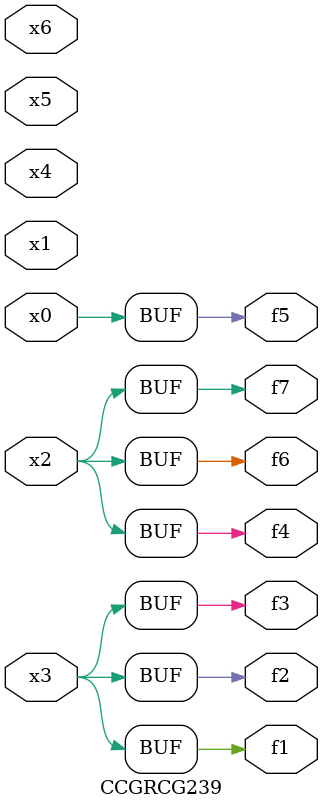
<source format=v>
module CCGRCG239(
	input x0, x1, x2, x3, x4, x5, x6,
	output f1, f2, f3, f4, f5, f6, f7
);
	assign f1 = x3;
	assign f2 = x3;
	assign f3 = x3;
	assign f4 = x2;
	assign f5 = x0;
	assign f6 = x2;
	assign f7 = x2;
endmodule

</source>
